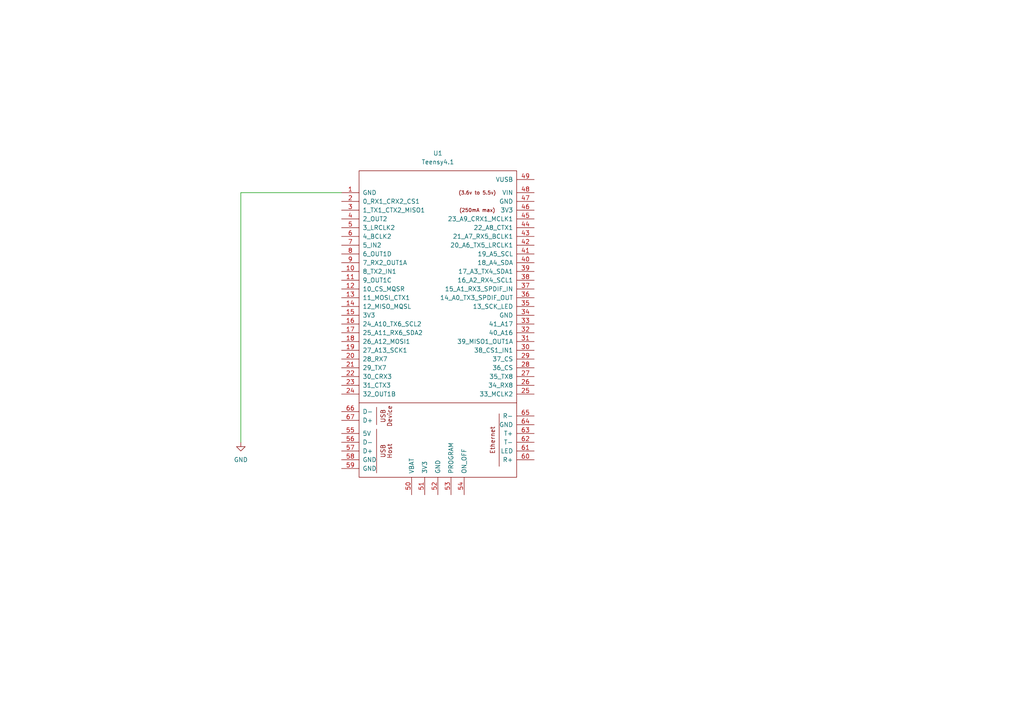
<source format=kicad_sch>
(kicad_sch (version 20230121) (generator eeschema)
  (paper "A4")
  (lib_symbols
    (symbol "power:GND" (power) (pin_names (offset 0))
      (property "Value" "GND" (at 0 -3.81 0))
      (symbol "GND_0_1"
        (polyline (pts (xy 0 0) (xy 0 -1.27) (xy 1.27 -1.27) (xy 0 -2.54) (xy -1.27 -1.27) (xy 0 -1.27)))
      )
      (symbol "GND_1_1"
        (pin power_in line (at 0 0 270) (length 0) hide (name "GND") (number "1"))
      )
    )
    (symbol "teensy:Teensy4.1" (pin_names (offset 1.016))
      (property "Reference" "U" (at 0 64.77 0))
      (property "Value" "Teensy4.1" (at 0 62.23 0))
      (symbol "Teensy4.1_0_0"
        (polyline (pts (xy -22.86 -6.35) (xy 22.86 -6.35)))
        (polyline (pts (xy -17.78 -26.67) (xy -17.78 -13.97)))
        (polyline (pts (xy -17.78 -7.62) (xy -17.78 -12.7)))
        (polyline (pts (xy 17.78 -9.525) (xy 17.78 -24.765)))
        (text "(250mA max)" (at 11.43 49.53 0) (effects (font (size 1.016 1.016))))
        (text "(3.6v to 5.5v)" (at 11.43 54.61 0) (effects (font (size 1.016 1.016))))
        (text "Device" (at -13.97 -10.16 900) (effects (font (size 1.27 1.27))))
        (text "Ethernet" (at 15.875 -17.145 900) (effects (font (size 1.27 1.27))))
        (text "Host" (at -13.97 -20.32 900) (effects (font (size 1.27 1.27))))
        (text "USB" (at -15.875 -20.32 900) (effects (font (size 1.27 1.27))))
        (text "USB" (at -15.875 -10.16 900) (effects (font (size 1.27 1.27))))
        (pin bidirectional line (at -27.94 31.75 0) (length 5.08) (name "8_TX2_IN1") (number "10"))
        (pin bidirectional line (at -27.94 29.21 0) (length 5.08) (name "9_OUT1C") (number "11"))
        (pin bidirectional line (at -27.94 26.67 0) (length 5.08) (name "10_CS_MQSR") (number "12"))
        (pin bidirectional line (at -27.94 24.13 0) (length 5.08) (name "11_MOSI_CTX1") (number "13"))
        (pin bidirectional line (at -27.94 21.59 0) (length 5.08) (name "12_MISO_MQSL") (number "14"))
        (pin power_in line (at -27.94 19.05 0) (length 5.08) (name "3V3") (number "15"))
        (pin bidirectional line (at -27.94 16.51 0) (length 5.08) (name "24_A10_TX6_SCL2") (number "16"))
        (pin bidirectional line (at -27.94 13.97 0) (length 5.08) (name "25_A11_RX6_SDA2") (number "17"))
        (pin bidirectional line (at -27.94 11.43 0) (length 5.08) (name "26_A12_MOSI1") (number "18"))
        (pin bidirectional line (at -27.94 8.89 0) (length 5.08) (name "27_A13_SCK1") (number "19"))
        (pin bidirectional line (at -27.94 6.35 0) (length 5.08) (name "28_RX7") (number "20"))
        (pin bidirectional line (at -27.94 3.81 0) (length 5.08) (name "29_TX7") (number "21"))
        (pin bidirectional line (at -27.94 1.27 0) (length 5.08) (name "30_CRX3") (number "22"))
        (pin bidirectional line (at -27.94 -1.27 0) (length 5.08) (name "31_CTX3") (number "23"))
        (pin bidirectional line (at -27.94 -3.81 0) (length 5.08) (name "32_OUT1B") (number "24"))
        (pin bidirectional line (at 27.94 -3.81 180) (length 5.08) (name "33_MCLK2") (number "25"))
        (pin bidirectional line (at 27.94 -1.27 180) (length 5.08) (name "34_RX8") (number "26"))
        (pin bidirectional line (at 27.94 1.27 180) (length 5.08) (name "35_TX8") (number "27"))
        (pin bidirectional line (at 27.94 3.81 180) (length 5.08) (name "36_CS") (number "28"))
        (pin bidirectional line (at 27.94 6.35 180) (length 5.08) (name "37_CS") (number "29"))
        (pin bidirectional line (at 27.94 8.89 180) (length 5.08) (name "38_CS1_IN1") (number "30"))
        (pin bidirectional line (at 27.94 11.43 180) (length 5.08) (name "39_MISO1_OUT1A") (number "31"))
        (pin bidirectional line (at 27.94 13.97 180) (length 5.08) (name "40_A16") (number "32"))
        (pin bidirectional line (at 27.94 16.51 180) (length 5.08) (name "41_A17") (number "33"))
        (pin bidirectional line (at 27.94 21.59 180) (length 5.08) (name "13_SCK_LED") (number "35"))
        (pin bidirectional line (at 27.94 24.13 180) (length 5.08) (name "14_A0_TX3_SPDIF_OUT") (number "36"))
        (pin bidirectional line (at 27.94 26.67 180) (length 5.08) (name "15_A1_RX3_SPDIF_IN") (number "37"))
        (pin bidirectional line (at 27.94 29.21 180) (length 5.08) (name "16_A2_RX4_SCL1") (number "38"))
        (pin bidirectional line (at 27.94 31.75 180) (length 5.08) (name "17_A3_TX4_SDA1") (number "39"))
        (pin bidirectional line (at 27.94 34.29 180) (length 5.08) (name "18_A4_SDA") (number "40"))
        (pin bidirectional line (at 27.94 36.83 180) (length 5.08) (name "19_A5_SCL") (number "41"))
        (pin bidirectional line (at 27.94 39.37 180) (length 5.08) (name "20_A6_TX5_LRCLK1") (number "42"))
        (pin bidirectional line (at 27.94 41.91 180) (length 5.08) (name "21_A7_RX5_BCLK1") (number "43"))
        (pin bidirectional line (at 27.94 44.45 180) (length 5.08) (name "22_A8_CTX1") (number "44"))
        (pin bidirectional line (at 27.94 46.99 180) (length 5.08) (name "23_A9_CRX1_MCLK1") (number "45"))
        (pin output line (at 27.94 49.53 180) (length 5.08) (name "3V3") (number "46"))
        (pin output line (at 27.94 52.07 180) (length 5.08) (name "GND") (number "47"))
        (pin power_in line (at 27.94 54.61 180) (length 5.08) (name "VIN") (number "48"))
        (pin power_out line (at 27.94 58.42 180) (length 5.08) (name "VUSB") (number "49"))
        (pin bidirectional line (at -27.94 44.45 0) (length 5.08) (name "3_LRCLK2") (number "5"))
        (pin power_in line (at -7.62 -33.02 90) (length 5.08) (name "VBAT") (number "50"))
        (pin power_in line (at -3.81 -33.02 90) (length 5.08) (name "3V3") (number "51"))
        (pin input line (at 0 -33.02 90) (length 5.08) (name "GND") (number "52"))
        (pin input line (at 3.81 -33.02 90) (length 5.08) (name "PROGRAM") (number "53"))
        (pin input line (at 7.62 -33.02 90) (length 5.08) (name "ON_OFF") (number "54"))
        (pin power_out line (at -27.94 -15.24 0) (length 5.08) (name "5V") (number "55"))
        (pin bidirectional line (at -27.94 -17.78 0) (length 5.08) (name "D-") (number "56"))
        (pin bidirectional line (at -27.94 -20.32 0) (length 5.08) (name "D+") (number "57"))
        (pin power_in line (at -27.94 -22.86 0) (length 5.08) (name "GND") (number "58"))
        (pin power_in line (at -27.94 -25.4 0) (length 5.08) (name "GND") (number "59"))
        (pin bidirectional line (at -27.94 41.91 0) (length 5.08) (name "4_BCLK2") (number "6"))
        (pin bidirectional line (at 27.94 -22.86 180) (length 5.08) (name "R+") (number "60"))
        (pin bidirectional line (at 27.94 -20.32 180) (length 5.08) (name "LED") (number "61"))
        (pin bidirectional line (at 27.94 -17.78 180) (length 5.08) (name "T-") (number "62"))
        (pin bidirectional line (at 27.94 -15.24 180) (length 5.08) (name "T+") (number "63"))
        (pin power_in line (at 27.94 -12.7 180) (length 5.08) (name "GND") (number "64"))
        (pin bidirectional line (at 27.94 -10.16 180) (length 5.08) (name "R-") (number "65"))
        (pin bidirectional line (at -27.94 -8.89 0) (length 5.08) (name "D-") (number "66"))
        (pin bidirectional line (at -27.94 -11.43 0) (length 5.08) (name "D+") (number "67"))
        (pin bidirectional line (at -27.94 39.37 0) (length 5.08) (name "5_IN2") (number "7"))
        (pin bidirectional line (at -27.94 36.83 0) (length 5.08) (name "6_OUT1D") (number "8"))
        (pin bidirectional line (at -27.94 34.29 0) (length 5.08) (name "7_RX2_OUT1A") (number "9"))
      )
      (symbol "Teensy4.1_0_1"
        (rectangle (start -22.86 60.96) (end 22.86 -27.94))
        (rectangle (start -20.32 -1.27) (end -20.32 -1.27))
      )
      (symbol "Teensy4.1_1_1"
        (pin power_in line (at -27.94 54.61 0) (length 5.08) (name "GND") (number "1"))
        (pin bidirectional line (at -27.94 52.07 0) (length 5.08) (name "0_RX1_CRX2_CS1") (number "2"))
        (pin bidirectional line (at -27.94 49.53 0) (length 5.08) (name "1_TX1_CTX2_MISO1") (number "3"))
        (pin power_in line (at 27.94 19.05 180) (length 5.08) (name "GND") (number "34"))
        (pin bidirectional line (at -27.94 46.99 0) (length 5.08) (name "2_OUT2") (number "4"))
      )
    )
  )
  (wire (pts (xy 99.06 55.88) (xy 69.85 55.88)))
  (wire (pts (xy 69.85 55.88) (xy 69.85 128.27)))
  (symbol (lib_id "teensy:Teensy4.1") (at 127 110.49 0) (unit 1)
    (property "Reference" "U1" (at 127 44.45 0))
    (property "Value" "Teensy4.1" (at 127 46.99 0))
  )
  (symbol (lib_id "power:GND") (at 69.85 128.27 0) (unit 1)
    (property "Reference" "#PWR01" (effects hide))
    (property "Value" "GND" (at 69.85 133.35 0))
  )
)
</source>
